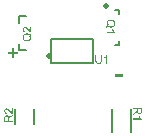
<source format=gto>
%FSLAX33Y33*%
%MOMM*%
%ADD10C,0.15*%
%ADD11C,0.5*%
%ADD12C,0.5*%
D10*
%LNtop silkscreen_traces*%
%LNtop silkscreen component 2dc1f1c5559646a7*%
G01*
X-4800Y-2575D02*
X-4800Y-3825D01*
X-3200Y-2575D02*
X-3200Y-3825D01*
G36*
X-5000Y-3686D02*
X-5716Y-3686D01*
X-5716Y-3369D01*
X-5715Y-3324D01*
X-5711Y-3284D01*
X-5705Y-3251D01*
X-5697Y-3223D01*
X-5685Y-3199D01*
X-5670Y-3178D01*
X-5651Y-3160D01*
X-5628Y-3144D01*
X-5603Y-3131D01*
X-5577Y-3121D01*
X-5549Y-3116D01*
X-5521Y-3114D01*
X-5484Y-3117D01*
X-5450Y-3126D01*
X-5420Y-3142D01*
X-5392Y-3163D01*
X-5368Y-3191D01*
X-5349Y-3226D01*
X-5335Y-3267D01*
X-5330Y-3291D01*
X-5407Y-3306D01*
X-5413Y-3286D01*
X-5421Y-3269D01*
X-5431Y-3254D01*
X-5443Y-3241D01*
X-5456Y-3230D01*
X-5471Y-3222D01*
X-5487Y-3216D01*
X-5503Y-3213D01*
X-5521Y-3211D01*
X-5545Y-3214D01*
X-5567Y-3221D01*
X-5587Y-3232D01*
X-5604Y-3248D01*
X-5618Y-3269D01*
X-5629Y-3296D01*
X-5635Y-3328D01*
X-5637Y-3365D01*
X-5637Y-3591D01*
X-5400Y-3591D01*
X-5400Y-3591D01*
X-5400Y-3388D01*
X-5401Y-3357D01*
X-5403Y-3330D01*
X-5407Y-3306D01*
X-5330Y-3291D01*
X-5326Y-3315D01*
X-5317Y-3298D01*
X-5308Y-3282D01*
X-5299Y-3269D01*
X-5290Y-3258D01*
X-5270Y-3238D01*
X-5247Y-3218D01*
X-5222Y-3199D01*
X-5195Y-3180D01*
X-5000Y-3055D01*
X-5000Y-3174D01*
X-5149Y-3269D01*
X-5179Y-3289D01*
X-5206Y-3307D01*
X-5229Y-3323D01*
X-5248Y-3337D01*
X-5263Y-3350D01*
X-5277Y-3363D01*
X-5287Y-3375D01*
X-5295Y-3385D01*
X-5302Y-3396D01*
X-5307Y-3407D01*
X-5311Y-3418D01*
X-5314Y-3429D01*
X-5316Y-3438D01*
X-5317Y-3450D01*
X-5318Y-3464D01*
X-5318Y-3481D01*
X-5318Y-3591D01*
X-5000Y-3591D01*
X-5000Y-3686D01*
X-5000Y-3686D01*
X-5084Y-2539D02*
X-5000Y-2539D01*
X-5000Y-3012D01*
X-5016Y-3012D01*
X-5031Y-3010D01*
X-5046Y-3007D01*
X-5061Y-3002D01*
X-5085Y-2992D01*
X-5109Y-2978D01*
X-5133Y-2963D01*
X-5156Y-2944D01*
X-5181Y-2922D01*
X-5207Y-2895D01*
X-5235Y-2864D01*
X-5265Y-2829D01*
X-5310Y-2775D01*
X-5350Y-2731D01*
X-5386Y-2697D01*
X-5416Y-2671D01*
X-5444Y-2653D01*
X-5471Y-2641D01*
X-5497Y-2633D01*
X-5522Y-2630D01*
X-5547Y-2633D01*
X-5570Y-2640D01*
X-5591Y-2651D01*
X-5610Y-2668D01*
X-5626Y-2688D01*
X-5637Y-2711D01*
X-5644Y-2737D01*
X-5646Y-2765D01*
X-5644Y-2795D01*
X-5636Y-2822D01*
X-5625Y-2846D01*
X-5608Y-2867D01*
X-5587Y-2883D01*
X-5562Y-2895D01*
X-5534Y-2903D01*
X-5502Y-2905D01*
X-5512Y-2996D01*
X-5559Y-2988D01*
X-5601Y-2974D01*
X-5636Y-2953D01*
X-5666Y-2926D01*
X-5689Y-2893D01*
X-5706Y-2855D01*
X-5715Y-2812D01*
X-5719Y-2763D01*
X-5715Y-2714D01*
X-5704Y-2671D01*
X-5687Y-2633D01*
X-5662Y-2600D01*
X-5631Y-2574D01*
X-5598Y-2555D01*
X-5561Y-2544D01*
X-5520Y-2540D01*
X-5499Y-2541D01*
X-5477Y-2544D01*
X-5456Y-2550D01*
X-5436Y-2558D01*
X-5415Y-2568D01*
X-5393Y-2581D01*
X-5371Y-2597D01*
X-5348Y-2616D01*
X-5323Y-2640D01*
X-5294Y-2670D01*
X-5260Y-2707D01*
X-5222Y-2751D01*
X-5192Y-2787D01*
X-5166Y-2816D01*
X-5147Y-2838D01*
X-5132Y-2853D01*
X-5120Y-2864D01*
X-5108Y-2874D01*
X-5096Y-2882D01*
X-5084Y-2890D01*
X-5084Y-2539D01*
X-5084Y-2539D01*
G37*
%LNtop silkscreen component 1f3facd00bbf78ff*%
X-4450Y2390D02*
X-4450Y2950D01*
X-4450Y4735D02*
X-4450Y5310D01*
X-3850Y2390D02*
X-4450Y2390D01*
X-3850Y5310D02*
X-4450Y5310D01*
G36*
X-3527Y3710D02*
X-3505Y3742D01*
X-3487Y3773D01*
X-3472Y3803D01*
X-3460Y3831D01*
X-3394Y3803D01*
X-3410Y3765D01*
X-3430Y3726D01*
X-3454Y3688D01*
X-3482Y3650D01*
X-3463Y3609D01*
X-3449Y3566D01*
X-3441Y3521D01*
X-3440Y3506D01*
X-3520Y3501D01*
X-3524Y3526D01*
X-3530Y3549D01*
X-3538Y3572D01*
X-3551Y3549D01*
X-3563Y3526D01*
X-3572Y3503D01*
X-3579Y3478D01*
X-3648Y3501D01*
X-3648Y3501D01*
X-3635Y3540D01*
X-3619Y3576D01*
X-3601Y3608D01*
X-3579Y3636D01*
X-3622Y3673D01*
X-3675Y3699D01*
X-3737Y3715D01*
X-3808Y3720D01*
X-3850Y3718D01*
X-3890Y3712D01*
X-3926Y3703D01*
X-3960Y3690D01*
X-3991Y3674D01*
X-4018Y3654D01*
X-4041Y3631D01*
X-4061Y3604D01*
X-4077Y3575D01*
X-4088Y3544D01*
X-4095Y3511D01*
X-4097Y3476D01*
X-4092Y3426D01*
X-4079Y3379D01*
X-4056Y3338D01*
X-4024Y3300D01*
X-3984Y3270D01*
X-3934Y3248D01*
X-3875Y3235D01*
X-3808Y3231D01*
X-3742Y3235D01*
X-3684Y3248D01*
X-3635Y3269D01*
X-3594Y3300D01*
X-3561Y3337D01*
X-3538Y3378D01*
X-3524Y3425D01*
X-3519Y3476D01*
X-3520Y3501D01*
X-3440Y3506D01*
X-3438Y3474D01*
X-3441Y3426D01*
X-3450Y3381D01*
X-3464Y3338D01*
X-3485Y3298D01*
X-3510Y3260D01*
X-3541Y3228D01*
X-3576Y3199D01*
X-3617Y3176D01*
X-3660Y3157D01*
X-3707Y3144D01*
X-3756Y3136D01*
X-3808Y3133D01*
X-3860Y3136D01*
X-3909Y3144D01*
X-3956Y3157D01*
X-4001Y3176D01*
X-4042Y3200D01*
X-4077Y3228D01*
X-4108Y3261D01*
X-4133Y3298D01*
X-4153Y3339D01*
X-4167Y3382D01*
X-4176Y3428D01*
X-4179Y3476D01*
X-4176Y3524D01*
X-4167Y3570D01*
X-4152Y3613D01*
X-4131Y3654D01*
X-4105Y3692D01*
X-4075Y3725D01*
X-4040Y3753D01*
X-4000Y3776D01*
X-3956Y3794D01*
X-3909Y3807D01*
X-3860Y3815D01*
X-3808Y3818D01*
X-3765Y3816D01*
X-3724Y3811D01*
X-3686Y3802D01*
X-3649Y3791D01*
X-3615Y3776D01*
X-3583Y3757D01*
X-3554Y3735D01*
X-3527Y3710D01*
X-3527Y3710D01*
X-3534Y4371D02*
X-3450Y4371D01*
X-3450Y3898D01*
X-3466Y3898D01*
X-3481Y3900D01*
X-3496Y3904D01*
X-3511Y3908D01*
X-3535Y3919D01*
X-3559Y3932D01*
X-3583Y3948D01*
X-3606Y3966D01*
X-3631Y3988D01*
X-3657Y4015D01*
X-3685Y4046D01*
X-3715Y4081D01*
X-3760Y4135D01*
X-3800Y4179D01*
X-3836Y4214D01*
X-3866Y4239D01*
X-3894Y4257D01*
X-3921Y4270D01*
X-3947Y4277D01*
X-3972Y4280D01*
X-3997Y4278D01*
X-4020Y4271D01*
X-4041Y4259D01*
X-4060Y4243D01*
X-4076Y4223D01*
X-4087Y4200D01*
X-4094Y4174D01*
X-4096Y4145D01*
X-4094Y4115D01*
X-4086Y4088D01*
X-4075Y4064D01*
X-4058Y4044D01*
X-4037Y4027D01*
X-4012Y4015D01*
X-3984Y4008D01*
X-3952Y4005D01*
X-3962Y3915D01*
X-4009Y3923D01*
X-4051Y3937D01*
X-4086Y3957D01*
X-4116Y3985D01*
X-4139Y4017D01*
X-4156Y4055D01*
X-4165Y4099D01*
X-4169Y4147D01*
X-4165Y4196D01*
X-4154Y4239D01*
X-4137Y4278D01*
X-4112Y4310D01*
X-4081Y4337D01*
X-4048Y4355D01*
X-4011Y4367D01*
X-3970Y4370D01*
X-3949Y4369D01*
X-3927Y4366D01*
X-3906Y4360D01*
X-3886Y4353D01*
X-3865Y4342D01*
X-3843Y4329D01*
X-3821Y4313D01*
X-3798Y4294D01*
X-3773Y4271D01*
X-3744Y4240D01*
X-3710Y4203D01*
X-3672Y4159D01*
X-3642Y4123D01*
X-3616Y4094D01*
X-3597Y4072D01*
X-3582Y4057D01*
X-3570Y4047D01*
X-3558Y4037D01*
X-3546Y4028D01*
X-3534Y4020D01*
X-3534Y4371D01*
X-3534Y4371D01*
G37*
%LNtop silkscreen component cabd44d7a86c3954*%
X5025Y-4523D02*
X5025Y-2557D01*
X3375Y-4523D02*
X3375Y-2557D01*
G36*
X5200Y-2462D02*
X5916Y-2462D01*
X5916Y-2779D01*
X5915Y-2824D01*
X5911Y-2863D01*
X5905Y-2897D01*
X5897Y-2924D01*
X5885Y-2948D01*
X5870Y-2969D01*
X5851Y-2988D01*
X5828Y-3004D01*
X5803Y-3017D01*
X5777Y-3026D01*
X5749Y-3032D01*
X5721Y-3034D01*
X5684Y-3031D01*
X5650Y-3021D01*
X5620Y-3006D01*
X5592Y-2984D01*
X5568Y-2956D01*
X5549Y-2922D01*
X5535Y-2880D01*
X5530Y-2856D01*
X5607Y-2841D01*
X5613Y-2861D01*
X5621Y-2879D01*
X5631Y-2894D01*
X5643Y-2906D01*
X5656Y-2917D01*
X5671Y-2925D01*
X5687Y-2931D01*
X5703Y-2935D01*
X5721Y-2936D01*
X5745Y-2934D01*
X5767Y-2927D01*
X5787Y-2915D01*
X5804Y-2899D01*
X5818Y-2878D01*
X5829Y-2852D01*
X5835Y-2820D01*
X5837Y-2783D01*
X5837Y-2556D01*
X5600Y-2556D01*
X5600Y-2556D01*
X5600Y-2760D01*
X5601Y-2791D01*
X5603Y-2818D01*
X5607Y-2841D01*
X5530Y-2856D01*
X5526Y-2832D01*
X5517Y-2850D01*
X5508Y-2865D01*
X5499Y-2878D01*
X5490Y-2889D01*
X5470Y-2910D01*
X5447Y-2930D01*
X5422Y-2949D01*
X5395Y-2968D01*
X5200Y-3092D01*
X5200Y-2973D01*
X5349Y-2879D01*
X5379Y-2859D01*
X5406Y-2841D01*
X5429Y-2825D01*
X5448Y-2810D01*
X5463Y-2797D01*
X5477Y-2785D01*
X5487Y-2773D01*
X5495Y-2762D01*
X5502Y-2751D01*
X5507Y-2741D01*
X5511Y-2730D01*
X5514Y-2719D01*
X5516Y-2710D01*
X5517Y-2698D01*
X5518Y-2683D01*
X5518Y-2666D01*
X5518Y-2556D01*
X5200Y-2556D01*
X5200Y-2462D01*
X5200Y-2462D01*
X5200Y-3478D02*
X5200Y-3390D01*
X5760Y-3390D01*
X5745Y-3373D01*
X5730Y-3353D01*
X5715Y-3331D01*
X5700Y-3307D01*
X5685Y-3281D01*
X5673Y-3258D01*
X5663Y-3235D01*
X5654Y-3214D01*
X5739Y-3214D01*
X5757Y-3250D01*
X5777Y-3283D01*
X5799Y-3314D01*
X5823Y-3343D01*
X5848Y-3368D01*
X5872Y-3390D01*
X5895Y-3408D01*
X5919Y-3421D01*
X5919Y-3478D01*
X5200Y-3478D01*
X5200Y-3478D01*
G37*
%LNtop silkscreen component aa0fe385de277a35*%
X-1750Y1300D02*
X-1750Y3300D01*
X1750Y3300*
X1750Y1300*
X-1750Y1300*
D11*
X-1975Y1900D03*
G36*
X2447Y1966D02*
X2542Y1966D01*
X2542Y1552D01*
X2540Y1501D01*
X2535Y1455D01*
X2528Y1415D01*
X2517Y1381D01*
X2503Y1351D01*
X2483Y1323D01*
X2458Y1299D01*
X2429Y1278D01*
X2395Y1260D01*
X2355Y1248D01*
X2311Y1240D01*
X2262Y1238D01*
X2214Y1240D01*
X2170Y1246D01*
X2132Y1257D01*
X2097Y1272D01*
X2068Y1292D01*
X2042Y1315D01*
X2022Y1342D01*
X2006Y1373D01*
X1994Y1409D01*
X1985Y1450D01*
X1980Y1498D01*
X1979Y1552D01*
X1979Y1966D01*
X2073Y1966D01*
X2073Y1553D01*
X2074Y1509D01*
X2078Y1472D01*
X2083Y1440D01*
X2091Y1415D01*
X2101Y1394D01*
X2114Y1376D01*
X2131Y1360D01*
X2150Y1347D01*
X2173Y1337D01*
X2197Y1329D01*
X2224Y1325D01*
X2254Y1323D01*
X2302Y1326D01*
X2343Y1335D01*
X2376Y1350D01*
X2402Y1371D01*
X2422Y1400D01*
X2436Y1440D01*
X2444Y1491D01*
X2447Y1553D01*
X2447Y1966D01*
X2447Y1966D01*
X2995Y1250D02*
X2907Y1250D01*
X2907Y1810D01*
X2890Y1795D01*
X2870Y1780D01*
X2848Y1765D01*
X2824Y1750D01*
X2798Y1735D01*
X2775Y1723D01*
X2752Y1713D01*
X2731Y1704D01*
X2731Y1789D01*
X2767Y1807D01*
X2800Y1827D01*
X2831Y1849D01*
X2860Y1873D01*
X2886Y1898D01*
X2907Y1922D01*
X2925Y1945D01*
X2938Y1969D01*
X2995Y1969D01*
X2995Y1250D01*
X2995Y1250D01*
G37*
%LNtop silkscreen component af7a60d08cf0a9d3*%
D10*
X3950Y5760D02*
X3950Y5460D01*
X3950Y5760D02*
X3650Y5760D01*
X3950Y2840D02*
X3950Y3140D01*
X3950Y2840D02*
X3650Y2840D01*
D12*
X2915Y6160D03*
G36*
X3022Y4415D02*
X3000Y4383D01*
X2982Y4352D01*
X2967Y4322D01*
X2955Y4294D01*
X2889Y4322D01*
X2905Y4360D01*
X2925Y4399D01*
X2949Y4437D01*
X2977Y4475D01*
X2958Y4516D01*
X2944Y4559D01*
X2936Y4604D01*
X2935Y4619D01*
X3015Y4624D01*
X3019Y4599D01*
X3025Y4576D01*
X3033Y4553D01*
X3046Y4576D01*
X3058Y4599D01*
X3067Y4622D01*
X3074Y4647D01*
X3143Y4624D01*
X3143Y4624D01*
X3130Y4585D01*
X3114Y4549D01*
X3096Y4517D01*
X3074Y4489D01*
X3117Y4452D01*
X3170Y4426D01*
X3232Y4410D01*
X3303Y4405D01*
X3345Y4407D01*
X3385Y4413D01*
X3421Y4422D01*
X3455Y4435D01*
X3486Y4451D01*
X3513Y4471D01*
X3536Y4494D01*
X3556Y4521D01*
X3572Y4550D01*
X3583Y4581D01*
X3590Y4614D01*
X3592Y4649D01*
X3587Y4699D01*
X3574Y4746D01*
X3551Y4787D01*
X3519Y4825D01*
X3479Y4855D01*
X3429Y4877D01*
X3370Y4890D01*
X3303Y4894D01*
X3237Y4890D01*
X3179Y4877D01*
X3130Y4856D01*
X3089Y4825D01*
X3056Y4788D01*
X3033Y4747D01*
X3019Y4700D01*
X3014Y4649D01*
X3015Y4624D01*
X2935Y4619D01*
X2933Y4651D01*
X2936Y4699D01*
X2945Y4744D01*
X2959Y4787D01*
X2980Y4827D01*
X3005Y4865D01*
X3036Y4897D01*
X3071Y4926D01*
X3112Y4949D01*
X3155Y4968D01*
X3202Y4981D01*
X3251Y4989D01*
X3303Y4992D01*
X3355Y4989D01*
X3404Y4981D01*
X3451Y4968D01*
X3496Y4949D01*
X3537Y4925D01*
X3572Y4897D01*
X3603Y4864D01*
X3628Y4827D01*
X3648Y4786D01*
X3662Y4743D01*
X3671Y4697D01*
X3674Y4649D01*
X3671Y4601D01*
X3662Y4555D01*
X3647Y4512D01*
X3626Y4471D01*
X3600Y4433D01*
X3570Y4400D01*
X3535Y4372D01*
X3495Y4349D01*
X3451Y4331D01*
X3404Y4318D01*
X3355Y4310D01*
X3303Y4307D01*
X3260Y4309D01*
X3219Y4314D01*
X3181Y4323D01*
X3144Y4334D01*
X3110Y4349D01*
X3078Y4368D01*
X3049Y4390D01*
X3022Y4415D01*
X3022Y4415D01*
X2945Y3885D02*
X2945Y3972D01*
X3505Y3972D01*
X3490Y3990D01*
X3475Y4009D01*
X3460Y4031D01*
X3445Y4056D01*
X3430Y4081D01*
X3418Y4105D01*
X3408Y4127D01*
X3399Y4148D01*
X3484Y4148D01*
X3502Y4113D01*
X3522Y4079D01*
X3544Y4048D01*
X3568Y4019D01*
X3593Y3994D01*
X3617Y3972D01*
X3640Y3955D01*
X3664Y3941D01*
X3664Y3885D01*
X2945Y3885D01*
X2945Y3885D01*
G37*
%LNtext*%
G36*
X-5049Y1708D02*
X-5049Y2062D01*
X-5400Y2062D01*
X-5400Y2209D01*
X-5049Y2209D01*
X-5049Y2560D01*
X-4900Y2560D01*
X-4900Y2209D01*
X-4549Y2209D01*
X-4549Y2062D01*
X-4900Y2062D01*
X-4900Y1708D01*
X-5049Y1708D01*
X-5049Y1708D01*
X3679Y0137D02*
X3679Y0358D01*
X4354Y0358D01*
X4354Y0137D01*
X3679Y0137D01*
X3679Y0137D01*
G37*
M02*
</source>
